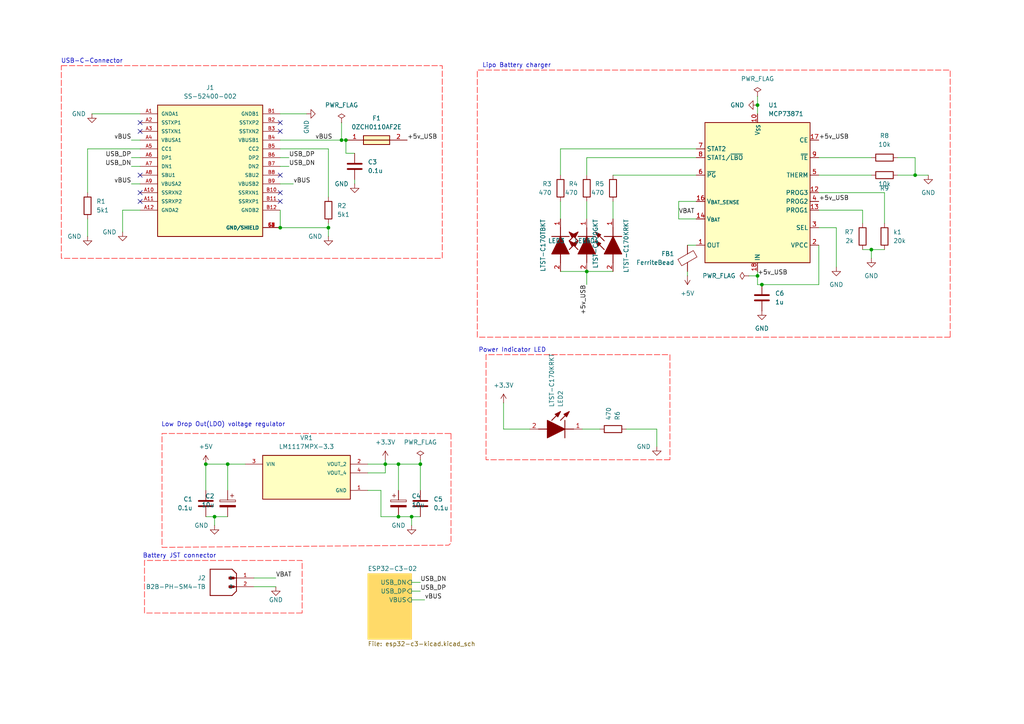
<source format=kicad_sch>
(kicad_sch (version 20250114) (generator "eeschema") (generator_version "9.0")
  (paper "A4")
  (title_block (title "ESP32 IOT Developement Board") (date "2025-08-30") (comment 3 "Author: Hardik Agrawal"))
  (lib_symbols
    (symbol "0ZCH0110AF2E:0ZCH0110AF2E" (pin_names (hide yes))
      (property "Reference" "F" (at 13.97 6.35 0))
      (property "Value" "0ZCH0110AF2E" (at 13.97 3.81 0))
      (symbol "0ZCH0110AF2E_1_1"
        (rectangle (start 5.08 1.27) (end 12.7 -1.27) (stroke (width 0.254)) (fill (type background)))
        (polyline (pts (xy 5.08 0) (xy 12.7 0)) (stroke (width 0.254)))
        (pin passive line (at 0 0 0) (length 5.08) (name "1") (number "1"))
        (pin passive line (at 17.78 0 180) (length 5.08) (name "2") (number "2"))
      )
    )
    (symbol "B2B-PH-SM4-TB:B2B-PH-SM4-TB" (pin_names (offset 1.016))
      (property "Reference" "J" (at 0 6.35 0))
      (property "Value" "B2B-PH-SM4-TB" (at 0 -5.08 0))
      (symbol "B2B-PH-SM4-TB_0_0"
        (polyline (pts (xy 0 3.81) (xy 0 2.54)) (stroke (width 0.254)))
        (polyline (pts (xy 0 3.81) (xy 1.27 5.08)) (stroke (width 0.254)))
        (polyline (pts (xy 0 2.54) (xy 0 -1.27)) (stroke (width 0.254)))
        (polyline (pts (xy 0 2.54) (xy 1.905 2.54)) (stroke (width 0.254)))
        (polyline (pts (xy 0 0) (xy 1.905 0)) (stroke (width 0.254)))
        (polyline (pts (xy 0 -1.27) (xy 1.27 -2.54)) (stroke (width 0.254)))
        (rectangle (start 0.635 2.2225) (end 2.2225 2.8575) (stroke (width 0.1)) (fill (type outline)))
        (rectangle (start 0.635 -0.3175) (end 2.2225 0.3175) (stroke (width 0.1)) (fill (type outline)))
        (polyline (pts (xy 1.27 -2.54) (xy 7.62 -2.54)) (stroke (width 0.254)))
        (polyline (pts (xy 7.62 5.08) (xy 1.27 5.08)) (stroke (width 0.254)))
        (polyline (pts (xy 7.62 -2.54) (xy 7.62 5.08)) (stroke (width 0.254)))
        (pin passive line (at -5.08 2.54 0) (length 5.08) (name "1") (number "1"))
        (pin passive line (at -5.08 0 0) (length 5.08) (name "2") (number "2"))
      )
    )
    (symbol "Battery_Management:MCP73871"
      (property "Reference" "U" (at -7.62 24.13 0))
      (property "Value" "MCP73871" (at -15.24 21.59 0))
      (symbol "MCP73871_0_1"
        (rectangle (start -15.24 20.32) (end 15.24 -20.32) (stroke (width 0.254)) (fill (type background)))
      )
      (symbol "MCP73871_1_1"
        (pin input line (at -17.78 15.24 0) (length 2.54) (name "VPCC") (number "2"))
        (pin input line (at -17.78 10.16 0) (length 2.54) (name "SEL") (number "3"))
        (pin bidirectional line (at -17.78 5.08 0) (length 2.54) (name "PROG1") (number "13"))
        (pin input line (at -17.78 2.54 0) (length 2.54) (name "PROG2") (number "4"))
        (pin bidirectional line (at -17.78 0 0) (length 2.54) (name "PROG3") (number "12"))
        (pin bidirectional line (at -17.78 -5.08 0) (length 2.54) (name "THERM") (number "5"))
        (pin input line (at -17.78 -10.16 0) (length 2.54) (name "~{TE}") (number "9"))
        (pin input line (at -17.78 -15.24 0) (length 2.54) (name "CE") (number "17"))
        (pin power_in line (at 0 22.86 270) (length 2.54) (name "IN") (number "18"))
        (pin passive line (at 0 22.86 270) (length 2.54) (hide yes) (name "IN") (number "19"))
        (pin power_in line (at 0 -22.86 90) (length 2.54) (name "V_{SS}") (number "10"))
        (pin passive line (at 0 -22.86 90) (length 2.54) (hide yes) (name "V_{SS}") (number "11"))
        (pin passive line (at 0 -22.86 90) (length 2.54) (hide yes) (name "V_{SS}") (number "21"))
        (pin power_out line (at 17.78 15.24 180) (length 2.54) (name "OUT") (number "1"))
        (pin passive line (at 17.78 15.24 180) (length 2.54) (hide yes) (name "OUT") (number "20"))
        (pin power_out line (at 17.78 7.62 180) (length 2.54) (name "V_{BAT}") (number "14"))
        (pin passive line (at 17.78 7.62 180) (length 2.54) (hide yes) (name "V_{BAT}") (number "15"))
        (pin input line (at 17.78 2.54 180) (length 2.54) (name "V_{BAT_SENSE}") (number "16"))
        (pin open_collector line (at 17.78 -5.08 180) (length 2.54) (name "~{PG}") (number "6"))
        (pin open_collector line (at 17.78 -10.16 180) (length 2.54) (name "STAT1/~{LBO}") (number "8"))
        (pin open_collector line (at 17.78 -12.7 180) (length 2.54) (name "STAT2") (number "7"))
      )
    )
    (symbol "Device:C" (pin_numbers (hide yes)) (pin_names (offset 0.254))
      (property "Reference" "C" (at 0.635 2.54 0))
      (property "Value" "C" (at 0.635 -2.54 0))
      (symbol "C_0_1"
        (polyline (pts (xy -2.032 0.762) (xy 2.032 0.762)) (stroke (width 0.508)))
        (polyline (pts (xy -2.032 -0.762) (xy 2.032 -0.762)) (stroke (width 0.508)))
      )
      (symbol "C_1_1"
        (pin passive line (at 0 3.81 270) (length 2.794) (name "~") (number "1"))
        (pin passive line (at 0 -3.81 90) (length 2.794) (name "~") (number "2"))
      )
    )
    (symbol "Device:C_Polarized" (pin_numbers (hide yes)) (pin_names (offset 0.254))
      (property "Reference" "C" (at 0.635 2.54 0))
      (property "Value" "C_Polarized" (at 0.635 -2.54 0))
      (symbol "C_Polarized_0_1"
        (rectangle (start -2.286 0.508) (end 2.286 1.016))
        (polyline (pts (xy -1.778 2.286) (xy -0.762 2.286)))
        (polyline (pts (xy -1.27 2.794) (xy -1.27 1.778)))
        (rectangle (start 2.286 -0.508) (end -2.286 -1.016) (fill (type outline)))
      )
      (symbol "C_Polarized_1_1"
        (pin passive line (at 0 3.81 270) (length 2.794) (name "~") (number "1"))
        (pin passive line (at 0 -3.81 90) (length 2.794) (name "~") (number "2"))
      )
    )
    (symbol "Device:FerriteBead" (pin_numbers (hide yes)) (pin_names (offset 0))
      (property "Reference" "FB" (at -3.81 0.635 90))
      (property "Value" "FerriteBead" (at 3.81 0 90))
      (symbol "FerriteBead_0_1"
        (polyline (pts (xy -2.7686 0.4064) (xy -1.7018 2.2606) (xy 2.7686 -0.3048) (xy 1.6764 -2.159) (xy -2.7686 0.4064)))
        (polyline (pts (xy 0 1.27) (xy 0 1.2954)))
        (polyline (pts (xy 0 -1.27) (xy 0 -1.2192)))
      )
      (symbol "FerriteBead_1_1"
        (pin passive line (at 0 3.81 270) (length 2.54) (name "~") (number "1"))
        (pin passive line (at 0 -3.81 90) (length 2.54) (name "~") (number "2"))
      )
    )
    (symbol "Device:R" (pin_numbers (hide yes)) (pin_names (offset 0))
      (property "Reference" "R" (at 2.032 0 90))
      (property "Value" "R" (at 0 0 90))
      (symbol "R_0_1"
        (rectangle (start -1.016 -2.54) (end 1.016 2.54) (stroke (width 0.254)))
      )
      (symbol "R_1_1"
        (pin passive line (at 0 3.81 270) (length 1.27) (name "~") (number "1"))
        (pin passive line (at 0 -3.81 90) (length 1.27) (name "~") (number "2"))
      )
    )
    (symbol "LM1117MPX-3.3:LM1117MPX-3.3" (pin_names (offset 1.016))
      (property "Reference" "VR" (at -12.7 6.08 0))
      (property "Value" "LM1117MPX-3.3" (at -12.7 -9.08 0))
      (symbol "LM1117MPX-3.3_0_0"
        (rectangle (start -12.7 -7.62) (end 12.7 5.08) (stroke (width 0.254)) (fill (type background)))
        (pin power_in line (at -17.78 2.54 0) (length 5.08) (name "VIN") (number "3"))
        (pin power_in line (at 17.78 2.54 180) (length 5.08) (name "VOUT_2") (number "2"))
        (pin power_in line (at 17.78 0 180) (length 5.08) (name "VOUT_4") (number "4"))
        (pin power_in line (at 17.78 -5.08 180) (length 5.08) (name "GND") (number "1"))
      )
    )
    (symbol "LTST-C170GKT:LTST-C170GKT" (pin_names (hide yes))
      (property "Reference" "LED" (at 12.7 8.89 0))
      (property "Value" "LTST-C170GKT" (at 12.7 6.35 0))
      (symbol "LTST-C170GKT_1_1"
        (polyline (pts (xy 2.54 0) (xy 5.08 0)) (stroke (width 0.254)))
        (polyline (pts (xy 5.08 2.54) (xy 5.08 -2.54)) (stroke (width 0.254)))
        (polyline (pts (xy 5.08 0) (xy 10.16 2.54) (xy 10.16 -2.54) (xy 5.08 0)) (stroke (width 0.254)) (fill (type outline)))
        (polyline (pts (xy 5.334 4.318) (xy 4.572 3.556) (xy 3.81 5.08) (xy 5.334 4.318)) (stroke (width 0.254)) (fill (type outline)))
        (polyline (pts (xy 6.35 2.54) (xy 3.81 5.08)) (stroke (width 0.254)))
        (polyline (pts (xy 7.874 4.318) (xy 7.112 3.556) (xy 6.35 5.08) (xy 7.874 4.318)) (stroke (width 0.254)) (fill (type outline)))
        (polyline (pts (xy 8.89 2.54) (xy 6.35 5.08)) (stroke (width 0.254)))
        (polyline (pts (xy 10.16 0) (xy 12.7 0)) (stroke (width 0.254)))
        (pin passive line (at 0 0 0) (length 2.54) (name "K") (number "1"))
        (pin passive line (at 15.24 0 180) (length 2.54) (name "A") (number "2"))
      )
    )
    (symbol "LTST-C170KRKT:LTST-C170KRKT" (pin_names (hide yes))
      (property "Reference" "LED" (at 12.7 8.89 0))
      (property "Value" "LTST-C170KRKT" (at 12.7 6.35 0))
      (symbol "LTST-C170KRKT_1_1"
        (polyline (pts (xy 2.54 0) (xy 5.08 0)) (stroke (width 0.254)))
        (polyline (pts (xy 5.08 2.54) (xy 5.08 -2.54)) (stroke (width 0.254)))
        (polyline (pts (xy 5.08 0) (xy 10.16 2.54) (xy 10.16 -2.54) (xy 5.08 0)) (stroke (width 0.254)) (fill (type outline)))
        (polyline (pts (xy 5.334 4.318) (xy 4.572 3.556) (xy 3.81 5.08) (xy 5.334 4.318)) (stroke (width 0.254)) (fill (type outline)))
        (polyline (pts (xy 6.35 2.54) (xy 3.81 5.08)) (stroke (width 0.254)))
        (polyline (pts (xy 7.874 4.318) (xy 7.112 3.556) (xy 6.35 5.08) (xy 7.874 4.318)) (stroke (width 0.254)) (fill (type outline)))
        (polyline (pts (xy 8.89 2.54) (xy 6.35 5.08)) (stroke (width 0.254)))
        (polyline (pts (xy 10.16 0) (xy 12.7 0)) (stroke (width 0.254)))
        (pin passive line (at 0 0 0) (length 2.54) (name "K") (number "1"))
        (pin passive line (at 15.24 0 180) (length 2.54) (name "A") (number "2"))
      )
    )
    (symbol "LTST-C170TBKT:LTST-C170TBKT" (pin_names (hide yes))
      (property "Reference" "LED" (at 12.7 8.89 0))
      (property "Value" "LTST-C170TBKT" (at 12.7 6.35 0))
      (symbol "LTST-C170TBKT_1_1"
        (polyline (pts (xy 2.54 0) (xy 5.08 0)) (stroke (width 0.254)))
        (polyline (pts (xy 5.08 2.54) (xy 5.08 -2.54)) (stroke (width 0.254)))
        (polyline (pts (xy 5.08 0) (xy 10.16 2.54) (xy 10.16 -2.54) (xy 5.08 0)) (stroke (width 0.254)) (fill (type outline)))
        (polyline (pts (xy 5.334 4.318) (xy 4.572 3.556) (xy 3.81 5.08) (xy 5.334 4.318)) (stroke (width 0.254)) (fill (type outline)))
        (polyline (pts (xy 6.35 2.54) (xy 3.81 5.08)) (stroke (width 0.254)))
        (polyline (pts (xy 7.874 4.318) (xy 7.112 3.556) (xy 6.35 5.08) (xy 7.874 4.318)) (stroke (width 0.254)) (fill (type outline)))
        (polyline (pts (xy 8.89 2.54) (xy 6.35 5.08)) (stroke (width 0.254)))
        (polyline (pts (xy 10.16 0) (xy 12.7 0)) (stroke (width 0.254)))
        (pin passive line (at 0 0 0) (length 2.54) (name "K") (number "1"))
        (pin passive line (at 15.24 0 180) (length 2.54) (name "A") (number "2"))
      )
    )
    (symbol "SS-52400-002:SS-52400-002" (pin_names (offset 1.016))
      (property "Reference" "J" (at -15.24 19.05 0))
      (property "Value" "SS-52400-002" (at -15.24 -22.86 0))
      (symbol "SS-52400-002_0_0"
        (rectangle (start -15.24 -20.32) (end 15.24 17.78) (stroke (width 0.254)) (fill (type background)))
        (pin power_in line (at -20.32 15.24 0) (length 5.08) (name "GNDA1") (number "A1"))
        (pin bidirectional line (at -20.32 12.7 0) (length 5.08) (name "SSTXP1") (number "A2"))
        (pin bidirectional line (at -20.32 10.16 0) (length 5.08) (name "SSTXN1") (number "A3"))
        (pin power_in line (at -20.32 7.62 0) (length 5.08) (name "VBUSA1") (number "A4"))
        (pin bidirectional line (at -20.32 5.08 0) (length 5.08) (name "CC1") (number "A5"))
        (pin bidirectional line (at -20.32 2.54 0) (length 5.08) (name "DP1") (number "A6"))
        (pin bidirectional line (at -20.32 0 0) (length 5.08) (name "DN1") (number "A7"))
        (pin bidirectional line (at -20.32 -2.54 0) (length 5.08) (name "SBU1") (number "A8"))
        (pin power_in line (at -20.32 -5.08 0) (length 5.08) (name "VBUSA2") (number "A9"))
        (pin bidirectional line (at -20.32 -7.62 0) (length 5.08) (name "SSRXN2") (number "A10"))
        (pin bidirectional line (at -20.32 -10.16 0) (length 5.08) (name "SSRXP2") (number "A11"))
        (pin power_in line (at -20.32 -12.7 0) (length 5.08) (name "GNDA2") (number "A12"))
        (pin power_in line (at 20.32 15.24 180) (length 5.08) (name "GNDB1") (number "B1"))
        (pin bidirectional line (at 20.32 12.7 180) (length 5.08) (name "SSTXP2") (number "B2"))
        (pin bidirectional line (at 20.32 10.16 180) (length 5.08) (name "SSTXN2") (number "B3"))
        (pin power_in line (at 20.32 7.62 180) (length 5.08) (name "VBUSB1") (number "B4"))
        (pin bidirectional line (at 20.32 5.08 180) (length 5.08) (name "CC2") (number "B5"))
        (pin bidirectional line (at 20.32 2.54 180) (length 5.08) (name "DP2") (number "B6"))
        (pin bidirectional line (at 20.32 0 180) (length 5.08) (name "DN2") (number "B7"))
        (pin bidirectional line (at 20.32 -2.54 180) (length 5.08) (name "SBU2") (number "B8"))
        (pin power_in line (at 20.32 -5.08 180) (length 5.08) (name "VBUSB2") (number "B9"))
        (pin bidirectional line (at 20.32 -7.62 180) (length 5.08) (name "SSRXN1") (number "B10"))
        (pin bidirectional line (at 20.32 -10.16 180) (length 5.08) (name "SSRXP1") (number "B11"))
        (pin power_in line (at 20.32 -12.7 180) (length 5.08) (name "GNDB2") (number "B12"))
        (pin power_in line (at 20.32 -17.78 180) (length 5.08) (name "GND/SHIELD") (number "G1"))
        (pin power_in line (at 20.32 -17.78 180) (length 5.08) (name "GND/SHIELD") (number "G2"))
        (pin power_in line (at 20.32 -17.78 180) (length 5.08) (name "GND/SHIELD") (number "G3"))
        (pin power_in line (at 20.32 -17.78 180) (length 5.08) (name "GND/SHIELD") (number "G4"))
        (pin power_in line (at 20.32 -17.78 180) (length 5.08) (name "GND/SHIELD") (number "S1"))
        (pin power_in line (at 20.32 -17.78 180) (length 5.08) (name "GND/SHIELD") (number "S2"))
        (pin power_in line (at 20.32 -17.78 180) (length 5.08) (name "GND/SHIELD") (number "S3"))
        (pin power_in line (at 20.32 -17.78 180) (length 5.08) (name "GND/SHIELD") (number "S4"))
      )
    )
    (symbol "power:+3.3V" (power) (pin_numbers (hide yes)) (pin_names (offset 0) (hide yes))
      (property "Value" "+3.3V" (at 0 3.556 0))
      (symbol "+3.3V_0_1"
        (polyline (pts (xy -0.762 1.27) (xy 0 2.54)))
        (polyline (pts (xy 0 2.54) (xy 0.762 1.27)))
        (polyline (pts (xy 0 0) (xy 0 2.54)))
      )
      (symbol "+3.3V_1_1"
        (pin power_in line (at 0 0 90) (length 0) (name "~") (number "1"))
      )
    )
    (symbol "power:+5V" (power) (pin_numbers (hide yes)) (pin_names (offset 0) (hide yes))
      (property "Value" "+5V" (at 0 3.556 0))
      (symbol "+5V_0_1"
        (polyline (pts (xy -0.762 1.27) (xy 0 2.54)))
        (polyline (pts (xy 0 2.54) (xy 0.762 1.27)))
        (polyline (pts (xy 0 0) (xy 0 2.54)))
      )
      (symbol "+5V_1_1"
        (pin power_in line (at 0 0 90) (length 0) (name "~") (number "1"))
      )
    )
    (symbol "power:GND" (power) (pin_numbers (hide yes)) (pin_names (offset 0) (hide yes))
      (property "Value" "GND" (at 0 -3.81 0))
      (symbol "GND_0_1"
        (polyline (pts (xy 0 0) (xy 0 -1.27) (xy 1.27 -1.27) (xy 0 -2.54) (xy -1.27 -1.27) (xy 0 -1.27)))
      )
      (symbol "GND_1_1"
        (pin power_in line (at 0 0 270) (length 0) (name "~") (number "1"))
      )
    )
    (symbol "power:PWR_FLAG" (power) (pin_numbers (hide yes)) (pin_names (offset 0) (hide yes))
      (property "Value" "PWR_FLAG" (at 0 3.81 0))
      (symbol "PWR_FLAG_0_0"
        (pin power_out line (at 0 0 90) (length 0) (name "~") (number "1"))
      )
      (symbol "PWR_FLAG_0_1"
        (polyline (pts (xy 0 0) (xy 0 1.27) (xy -1.016 1.905) (xy 0 2.54) (xy 1.016 1.905) (xy 0 1.27)))
      )
    )
  )
  (text "USB-C-Connector" (at 26.67 17.78 0) (effects (font (size 1.27 1.27))))
  (text "Lipo Battery charger" (at 149.86 19.05 0) (effects (font (size 1.27 1.27))))
  (text "Power Indicator LED\n" (at 148.59 101.6 0) (effects (font (size 1.27 1.27))))
  (text "Battery JST connector\n" (at 52.07 161.29 0) (effects (font (size 1.27 1.27))))
  (text "Low Drop Out(LDO) voltage regulator" (at 64.77 123.19 0) (effects (font (size 1.27 1.27))))
  (junction (at 62.23 149.86))
  (junction (at 121.92 134.62))
  (junction (at 99.06 40.64))
  (junction (at 59.69 134.62))
  (junction (at 81.28 66.04))
  (junction (at 115.57 134.62))
  (junction (at 170.18 78.74))
  (junction (at 100.33 40.64))
  (junction (at 220.98 82.55))
  (junction (at 111.76 134.62))
  (junction (at 219.71 80.01))
  (junction (at 95.25 66.04))
  (junction (at 115.57 149.86))
  (junction (at 252.73 72.39))
  (junction (at 119.38 149.86))
  (junction (at 66.04 134.62))
  (junction (at 219.71 30.48))
  (junction (at 265.43 50.8))
  (no_connect (at 40.64 50.8))
  (no_connect (at 40.64 55.88))
  (no_connect (at 81.28 38.1))
  (no_connect (at 81.28 55.88))
  (no_connect (at 40.64 35.56))
  (no_connect (at 81.28 35.56))
  (no_connect (at 40.64 38.1))
  (no_connect (at 81.28 50.8))
  (no_connect (at 40.64 58.42))
  (no_connect (at 81.28 58.42))
  (wire (pts (xy 110.49 149.86) (xy 115.57 149.86)))
  (wire (pts (xy 190.5 124.46) (xy 190.5 129.54)))
  (wire (pts (xy 35.56 60.96) (xy 35.56 67.31)))
  (wire (pts (xy 119.38 171.45) (xy 121.92 171.45)))
  (wire (pts (xy 81.28 60.96) (xy 81.28 66.04)))
  (wire (pts (xy 237.49 45.72) (xy 252.73 45.72)))
  (wire (pts (xy 177.8 58.42) (xy 177.8 63.5)))
  (wire (pts (xy 177.8 78.74) (xy 170.18 78.74)))
  (wire (pts (xy 162.56 78.74) (xy 170.18 78.74)))
  (wire (pts (xy 73.66 170.18) (xy 80.01 170.18)))
  (wire (pts (xy 168.91 124.46) (xy 173.99 124.46)))
  (wire (pts (xy 25.4 43.18) (xy 25.4 55.88)))
  (wire (pts (xy 162.56 43.18) (xy 201.93 43.18)))
  (wire (pts (xy 256.54 55.88) (xy 256.54 64.77)))
  (wire (pts (xy 237.49 66.04) (xy 242.57 66.04)))
  (wire (pts (xy 119.38 173.99) (xy 123.19 173.99)))
  (wire (pts (xy 219.71 82.55) (xy 220.98 82.55)))
  (wire (pts (xy 66.04 134.62) (xy 59.69 134.62)))
  (wire (pts (xy 62.23 149.86) (xy 62.23 152.4)))
  (wire (pts (xy 196.85 63.5) (xy 201.93 63.5)))
  (wire (pts (xy 170.18 82.55) (xy 170.18 78.74)))
  (wire (pts (xy 81.28 48.26) (xy 83.82 48.26)))
  (wire (pts (xy 95.25 64.77) (xy 95.25 66.04)))
  (wire (pts (xy 265.43 45.72) (xy 265.43 50.8)))
  (wire (pts (xy 121.92 133.35) (xy 121.92 134.62)))
  (wire (pts (xy 115.57 149.86) (xy 119.38 149.86)))
  (wire (pts (xy 111.76 134.62) (xy 106.68 134.62)))
  (wire (pts (xy 102.87 52.07) (xy 102.87 53.34)))
  (wire (pts (xy 102.87 44.45) (xy 100.33 44.45)))
  (wire (pts (xy 170.18 58.42) (xy 170.18 63.5)))
  (wire (pts (xy 260.35 45.72) (xy 265.43 45.72)))
  (wire (pts (xy 81.28 40.64) (xy 99.06 40.64)))
  (wire (pts (xy 38.1 53.34) (xy 40.64 53.34)))
  (wire (pts (xy 219.71 78.74) (xy 219.71 80.01)))
  (wire (pts (xy 121.92 134.62) (xy 115.57 134.62)))
  (wire (pts (xy 59.69 134.62) (xy 59.69 142.24)))
  (wire (pts (xy 217.17 80.01) (xy 219.71 80.01)))
  (wire (pts (xy 146.05 124.46) (xy 153.67 124.46)))
  (wire (pts (xy 115.57 142.24) (xy 115.57 134.62)))
  (wire (pts (xy 111.76 133.35) (xy 111.76 134.62)))
  (wire (pts (xy 170.18 50.8) (xy 170.18 45.72)))
  (wire (pts (xy 62.23 149.86) (xy 66.04 149.86)))
  (wire (pts (xy 100.33 44.45) (xy 100.33 40.64)))
  (wire (pts (xy 199.39 78.74) (xy 199.39 80.01)))
  (wire (pts (xy 177.8 50.8) (xy 201.93 50.8)))
  (wire (pts (xy 115.57 134.62) (xy 111.76 134.62)))
  (wire (pts (xy 219.71 80.01) (xy 219.71 82.55)))
  (wire (pts (xy 99.06 35.56) (xy 99.06 40.64)))
  (wire (pts (xy 38.1 45.72) (xy 40.64 45.72)))
  (wire (pts (xy 38.1 48.26) (xy 40.64 48.26)))
  (wire (pts (xy 237.49 82.55) (xy 237.49 71.12)))
  (wire (pts (xy 250.19 72.39) (xy 252.73 72.39)))
  (wire (pts (xy 111.76 137.16) (xy 111.76 134.62)))
  (wire (pts (xy 38.1 40.64) (xy 40.64 40.64)))
  (wire (pts (xy 106.68 142.24) (xy 110.49 142.24)))
  (wire (pts (xy 119.38 149.86) (xy 121.92 149.86)))
  (wire (pts (xy 73.66 167.64) (xy 80.01 167.64)))
  (wire (pts (xy 146.05 116.84) (xy 146.05 124.46)))
  (wire (pts (xy 59.69 149.86) (xy 62.23 149.86)))
  (wire (pts (xy 162.56 58.42) (xy 162.56 63.5)))
  (wire (pts (xy 81.28 66.04) (xy 95.25 66.04)))
  (wire (pts (xy 220.98 82.55) (xy 237.49 82.55)))
  (wire (pts (xy 250.19 60.96) (xy 237.49 60.96)))
  (wire (pts (xy 25.4 43.18) (xy 40.64 43.18)))
  (wire (pts (xy 66.04 134.62) (xy 66.04 142.24)))
  (wire (pts (xy 237.49 55.88) (xy 256.54 55.88)))
  (wire (pts (xy 181.61 124.46) (xy 190.5 124.46)))
  (wire (pts (xy 99.06 40.64) (xy 100.33 40.64)))
  (wire (pts (xy 106.68 137.16) (xy 111.76 137.16)))
  (wire (pts (xy 81.28 33.02) (xy 88.9 33.02)))
  (wire (pts (xy 25.4 63.5) (xy 25.4 68.58)))
  (wire (pts (xy 237.49 50.8) (xy 252.73 50.8)))
  (wire (pts (xy 252.73 72.39) (xy 252.73 74.93)))
  (wire (pts (xy 95.25 43.18) (xy 95.25 57.15)))
  (wire (pts (xy 201.93 71.12) (xy 199.39 71.12)))
  (wire (pts (xy 242.57 66.04) (xy 242.57 77.47)))
  (wire (pts (xy 71.12 134.62) (xy 66.04 134.62)))
  (wire (pts (xy 81.28 43.18) (xy 95.25 43.18)))
  (wire (pts (xy 170.18 45.72) (xy 201.93 45.72)))
  (wire (pts (xy 121.92 142.24) (xy 121.92 134.62)))
  (wire (pts (xy 219.71 30.48) (xy 219.71 33.02)))
  (wire (pts (xy 81.28 45.72) (xy 83.82 45.72)))
  (wire (pts (xy 260.35 50.8) (xy 265.43 50.8)))
  (wire (pts (xy 250.19 64.77) (xy 250.19 60.96)))
  (wire (pts (xy 265.43 50.8) (xy 269.24 50.8)))
  (wire (pts (xy 95.25 66.04) (xy 95.25 68.58)))
  (wire (pts (xy 40.64 60.96) (xy 35.56 60.96)))
  (wire (pts (xy 26.67 33.02) (xy 40.64 33.02)))
  (wire (pts (xy 219.71 27.94) (xy 219.71 30.48)))
  (wire (pts (xy 252.73 72.39) (xy 256.54 72.39)))
  (wire (pts (xy 119.38 149.86) (xy 119.38 152.4)))
  (wire (pts (xy 81.28 53.34) (xy 85.09 53.34)))
  (wire (pts (xy 201.93 58.42) (xy 196.85 58.42)))
  (wire (pts (xy 110.49 142.24) (xy 110.49 149.86)))
  (wire (pts (xy 162.56 50.8) (xy 162.56 43.18)))
  (wire (pts (xy 196.85 58.42) (xy 196.85 63.5)))
  (wire (pts (xy 119.38 168.91) (xy 121.92 168.91)))
  (label "vBUS" (at 123.19 173.99 0))
  (label "USB_DN" (at 83.82 48.26 0))
  (label "+5v_USB" (at 170.18 82.55 270))
  (label "USB_DP" (at 38.1 45.72 180))
  (label "+5v_USB" (at 219.71 80.01 0))
  (label "vBUS" (at 91.44 40.64 0))
  (label "USB_DP" (at 121.92 171.45 0))
  (label "USB_DP" (at 83.82 45.72 0))
  (label "+5v_USB" (at 237.49 58.42 0))
  (label "vBUS" (at 85.09 53.34 0))
  (label "+5v_USB" (at 118.11 40.64 0))
  (label "USB_DN" (at 121.92 168.91 0))
  (label "vBUS" (at 38.1 40.64 180))
  (label "+5v_USB" (at 237.49 40.64 0))
  (label "vBUS" (at 38.1 53.34 180))
  (label "USB_DN" (at 38.1 48.26 180))
  (label "VBAT" (at 196.85 62.23 0))
  (label "VBAT" (at 80.01 167.64 0))
  (rule_area (polyline (pts (xy 17.78 19.05) (xy 128.27 19.05) (xy 128.27 74.93) (xy 17.78 74.93) (xy 17.78 74.93)) (stroke (width 0) (type dash))))
  (rule_area (polyline (pts (xy 87.63 177.8) (xy 41.91 177.8) (xy 41.91 162.56) (xy 87.63 162.56)) (stroke (width 0) (type dash))))
  (rule_area (polyline (pts (xy 130.81 125.73) (xy 130.81 157.48) (xy 130.175 158.115) (xy 46.99 158.75) (xy 46.99 125.73)) (stroke (width 0) (type dash))))
  (rule_area (polyline (pts (xy 275.59 97.79) (xy 138.43 97.79) (xy 138.43 20.32) (xy 275.59 20.32)) (stroke (width 0) (type dash))))
  (rule_area (polyline (pts (xy 194.31 133.35) (xy 140.97 133.35) (xy 140.97 102.87) (xy 193.04 102.87) (xy 194.31 102.87)) (stroke (width 0) (type dash))))
  (symbol (lib_id "power:GND") (at 252.73 74.93 0) (unit 1)
    (property "Reference" "#PWR02" (effects (hide yes)))
    (property "Value" "GND" (at 252.73 80.01 0))
    (property "Description" "Power symbol creates a global label with name \"GND\" , ground" (effects (hide yes)))
  )
  (symbol (lib_id "LTST-C170TBKT:LTST-C170TBKT") (at 162.56 63.5 270) (unit 1)
    (property "Reference" "LED1" (at 168.91 69.8499 90) (effects (justify left)))
    (property "Value" "LTST-C170TBKT" (at 157.48 63.5 0) (effects (justify left)))
    (property "Footprint" "ESP32_Footprints:LEDC2012X120N" (effects (hide yes)))
    (property "Datasheet" "https://componentsearchengine.com/Datasheets/1/LTST-C170TBKT.pdf" (effects (hide yes)))
    (property "Description" "LED,SMD,0805,Blue,28mcd,130deg" (effects (hide yes)))
    (property "Height" "1.2" (effects (hide yes)))
    (property "Manufacturer_Name" "Lite-On" (effects (hide yes)))
    (property "Manufacturer_Part_Number" "LTST-C170TBKT" (effects (hide yes)))
    (property "Mouser Part Number" "859-LTST-C170TBKT" (effects (hide yes)))
    (property "Mouser Price/Stock" "https://www.mouser.co.uk/ProductDetail/Lite-On/LTST-C170TBKT?qs=0uL0gcxEMop2ooGmIUzw3A%3D%3D" (effects (hide yes)))
    (property "Arrow Part Number" "LTST-C170TBKT" (effects (hide yes)))
    (property "Arrow Price/Stock" "https://www.arrow.com/en/products/ltst-c170tbkt/lite-on-technology?utm_currency=USD&region=nac" (effects (hide yes)))
  )
  (symbol (lib_id "Device:R") (at 162.56 54.61 0) (mirror x) (unit 1)
    (property "Reference" "R3" (at 160.02 53.3399 0) (effects (justify right)))
    (property "Value" "470" (at 160.02 55.8799 0) (effects (justify right)))
    (property "Footprint" "Resistor_SMD:R_0805_2012Metric" (effects (hide yes)))
    (property "Description" "Resistor" (effects (hide yes)))
  )
  (symbol (lib_id "power:GND") (at 242.57 77.47 0) (unit 1)
    (property "Reference" "#PWR044" (effects (hide yes)))
    (property "Value" "GND" (at 242.57 82.55 0))
    (property "Description" "Power symbol creates a global label with name \"GND\" , ground" (effects (hide yes)))
  )
  (symbol (lib_id "power:GND") (at 25.4 68.58 0) (unit 1)
    (property "Reference" "#PWR05" (effects (hide yes)))
    (property "Value" "GND" (at 21.59 68.58 0))
    (property "Description" "Power symbol creates a global label with name \"GND\" , ground" (effects (hide yes)))
  )
  (symbol (lib_id "power:PWR_FLAG") (at 121.92 133.35 0) (unit 1)
    (property "Reference" "#FLG02" (effects (hide yes)))
    (property "Value" "PWR_FLAG" (at 121.92 128.27 0))
    (property "Description" "Special symbol for telling ERC where power comes from" (effects (hide yes)))
  )
  (symbol (lib_id "B2B-PH-SM4-TB:B2B-PH-SM4-TB") (at 68.58 170.18 0) (mirror y) (unit 1)
    (property "Reference" "J2" (at 59.69 167.6399 0) (effects (justify left)))
    (property "Value" "B2B-PH-SM4-TB" (at 59.69 170.1799 0) (effects (justify left)))
    (property "Footprint" "ESP32_Footprints:JST_B2B-PH-SM4-TB" (effects (hide yes)))
    (property "MF" "JST" (effects (hide yes)))
    (property "MAXIMUM_PACKAGE_HEIGHT" "6.6 mm" (effects (hide yes)))
    (property "Package" "NON STANDARD-2 JST" (effects (hide yes)))
    (property "Price" "None" (effects (hide yes)))
    (property "Check_prices" "https://www.snapeda.com/parts/B2B-PH-SM4-TB/JST/view-part/?ref=eda" (effects (hide yes)))
    (property "STANDARD" "Manufacturer Recommendations" (effects (hide yes)))
    (property "PARTREV" "N/A" (effects (hide yes)))
    (property "SnapEDA_Link" "https://www.snapeda.com/parts/B2B-PH-SM4-TB/JST/view-part/?ref=snap" (effects (hide yes)))
    (property "MP" "B2B-PH-SM4-TB" (effects (hide yes)))
    (property "Description_1" "Connector Header Surface Mount 2 position 0.079 (2.00mm)" (effects (hide yes)))
    (property "Availability" "In Stock" (effects (hide yes)))
    (property "MANUFACTURER" "JST" (effects (hide yes)))
  )
  (symbol (lib_id "power:GND") (at 220.98 90.17 0) (unit 1)
    (property "Reference" "#PWR010" (effects (hide yes)))
    (property "Value" "GND" (at 220.98 95.25 0))
    (property "Description" "Power symbol creates a global label with name \"GND\" , ground" (effects (hide yes)))
  )
  (symbol (lib_id "LTST-C170KRKT:LTST-C170KRKT") (at 177.8 63.5 90) (mirror x) (unit 1)
    (property "Reference" "LED4" (at 171.45 69.8499 90) (effects (justify left)))
    (property "Value" "LTST-C170KRKT" (at 181.61 63.5 0) (effects (justify left)))
    (property "Footprint" "ESP32_Footprints:LEDC2012X120N" (effects (hide yes)))
    (property "Datasheet" "https://componentsearchengine.com/Datasheets/1/LTST-C170KRKT.pdf" (effects (hide yes)))
    (property "Description" "Standard LEDs - SMD Red Clear 631nm" (effects (hide yes)))
    (property "Height" "1.2" (effects (hide yes)))
    (property "Manufacturer_Name" "Lite-On" (effects (hide yes)))
    (property "Manufacturer_Part_Number" "LTST-C170KRKT" (effects (hide yes)))
    (property "Mouser Part Number" "859-LTST-C170KRKT" (effects (hide yes)))
    (property "Mouser Price/Stock" "https://www.mouser.co.uk/ProductDetail/Lite-On/LTST-C170KRKT?qs=NUb82WqeCyrVOID%2Fxt4rgA%3D%3D" (effects (hide yes)))
    (property "Arrow Part Number" "LTST-C170KRKT" (effects (hide yes)))
    (property "Arrow Price/Stock" "https://www.arrow.com/en/products/ltst-c170krkt/lite-on-technology?utm_currency=USD&region=nac" (effects (hide yes)))
  )
  (symbol (lib_id "power:GND") (at 190.5 129.54 0) (unit 1)
    (property "Reference" "#PWR017" (effects (hide yes)))
    (property "Value" "GND" (at 186.69 129.54 0))
    (property "Description" "Power symbol creates a global label with name \"GND\" , ground" (effects (hide yes)))
  )
  (symbol (lib_id "power:PWR_FLAG") (at 217.17 80.01 90) (unit 1)
    (property "Reference" "#FLG04" (effects (hide yes)))
    (property "Value" "PWR_FLAG" (at 213.36 80.0099 90) (effects (justify left)))
    (property "Description" "Special symbol for telling ERC where power comes from" (effects (hide yes)))
  )
  (symbol (lib_id "Device:R") (at 170.18 54.61 0) (mirror x) (unit 1)
    (property "Reference" "R4" (at 167.64 53.3399 0) (effects (justify right)))
    (property "Value" "470" (at 167.64 55.8799 0) (effects (justify right)))
    (property "Footprint" "Resistor_SMD:R_0805_2012Metric" (effects (hide yes)))
    (property "Description" "Resistor" (effects (hide yes)))
  )
  (symbol (lib_id "Device:C") (at 102.87 48.26 0) (unit 1)
    (property "Reference" "C3" (at 106.68 46.9899 0) (effects (justify left)))
    (property "Value" "0.1u" (at 106.68 49.5299 0) (effects (justify left)))
    (property "Footprint" "Capacitor_SMD:C_0805_2012Metric" (effects (hide yes)))
    (property "Description" "Unpolarized capacitor" (effects (hide yes)))
  )
  (symbol (lib_id "power:PWR_FLAG") (at 99.06 35.56 0) (unit 1)
    (property "Reference" "#FLG03" (effects (hide yes)))
    (property "Value" "PWR_FLAG" (at 99.06 30.48 0))
    (property "Description" "Special symbol for telling ERC where power comes from" (effects (hide yes)))
  )
  (symbol (lib_id "power:+3.3V") (at 146.05 116.84 0) (unit 1)
    (property "Reference" "#PWR016" (effects (hide yes)))
    (property "Value" "+3.3V" (at 146.05 111.76 0))
    (property "Description" "Power symbol creates a global label with name \"+3.3V\"" (effects (hide yes)))
  )
  (symbol (lib_id "Device:C") (at 220.98 86.36 0) (unit 1)
    (property "Reference" "C6" (at 224.79 85.0899 0) (effects (justify left)))
    (property "Value" "1u" (at 224.79 87.6299 0) (effects (justify left)))
    (property "Footprint" "Capacitor_SMD:C_0805_2012Metric" (effects (hide yes)))
    (property "Description" "Unpolarized capacitor" (effects (hide yes)))
  )
  (symbol (lib_id "Device:R") (at 250.19 68.58 0) (mirror x) (unit 1)
    (property "Reference" "R7" (at 247.65 67.3099 0) (effects (justify right)))
    (property "Value" "2k" (at 247.65 69.8499 0) (effects (justify right)))
    (property "Footprint" "Resistor_SMD:R_0805_2012Metric" (effects (hide yes)))
    (property "Description" "Resistor" (effects (hide yes)))
  )
  (symbol (lib_id "Device:R") (at 256.54 45.72 90) (unit 1)
    (property "Reference" "R8" (at 256.54 39.37 90))
    (property "Value" "10k" (at 256.54 41.91 90))
    (property "Footprint" "Resistor_SMD:R_0805_2012Metric" (effects (hide yes)))
    (property "Description" "Resistor" (effects (hide yes)))
  )
  (symbol (lib_id "SS-52400-002:SS-52400-002") (at 60.96 48.26 0) (unit 1)
    (property "Reference" "J1" (at 60.96 25.4 0))
    (property "Value" "SS-52400-002" (at 60.96 27.94 0))
    (property "Footprint" "ESP32_Footprints:BELFUSE_SS-52400-002" (effects (hide yes)))
    (property "MF" "Bel Fuse" (effects (hide yes)))
    (property "MAXIMUM_PACKAGE_HEIGHT" "2.96 mm" (effects (hide yes)))
    (property "Package" "None" (effects (hide yes)))
    (property "Price" "None" (effects (hide yes)))
    (property "Check_prices" "https://www.snapeda.com/parts/SS-52400-002/Bel+Circuit+Protection/view-part/?ref=eda" (effects (hide yes)))
    (property "STANDARD" "Manufacturer Recommendations" (effects (hide yes)))
    (property "PARTREV" "A0" (effects (hide yes)))
    (property "SnapEDA_Link" "https://www.snapeda.com/parts/SS-52400-002/Bel+Circuit+Protection/view-part/?ref=snap" (effects (hide yes)))
    (property "MP" "SS-52400-002" (effects (hide yes)))
    (property "Description_1" "USB Type-C Connector | USB 3.1 | 1 Port | Right Angle Receptacle | Shielded | 0.039 in (1.00mm) PCB Thickness" (effects (hide yes)))
    (property "Availability" "In Stock" (effects (hide yes)))
    (property "MANUFACTURER" "BelFuse" (effects (hide yes)))
  )
  (symbol (lib_id "LTST-C170KRKT:LTST-C170KRKT") (at 168.91 124.46 0) (mirror y) (unit 1)
    (property "Reference" "LED2" (at 162.5601 118.11 90) (effects (justify left)))
    (property "Value" "LTST-C170KRKT" (at 160.0201 118.11 90) (effects (justify left)))
    (property "Footprint" "ESP32_Footprints:LEDC2012X120N" (effects (hide yes)))
    (property "Datasheet" "https://componentsearchengine.com/Datasheets/1/LTST-C170KRKT.pdf" (effects (hide yes)))
    (property "Description" "Standard LEDs - SMD Red Clear 631nm" (effects (hide yes)))
    (property "Height" "1.2" (effects (hide yes)))
    (property "Manufacturer_Name" "Lite-On" (effects (hide yes)))
    (property "Manufacturer_Part_Number" "LTST-C170KRKT" (effects (hide yes)))
    (property "Mouser Part Number" "859-LTST-C170KRKT" (effects (hide yes)))
    (property "Mouser Price/Stock" "https://www.mouser.co.uk/ProductDetail/Lite-On/LTST-C170KRKT?qs=NUb82WqeCyrVOID%2Fxt4rgA%3D%3D" (effects (hide yes)))
    (property "Arrow Part Number" "LTST-C170KRKT" (effects (hide yes)))
    (property "Arrow Price/Stock" "https://www.arrow.com/en/products/ltst-c170krkt/lite-on-technology?utm_currency=USD&region=nac" (effects (hide yes)))
  )
  (symbol (lib_id "power:GND") (at 102.87 53.34 0) (unit 1)
    (property "Reference" "#PWR09" (effects (hide yes)))
    (property "Value" "GND" (at 99.06 53.34 0))
    (property "Description" "Power symbol creates a global label with name \"GND\" , ground" (effects (hide yes)))
  )
  (symbol (lib_id "Device:C") (at 121.92 146.05 0) (unit 1)
    (property "Reference" "C5" (at 125.73 144.7799 0) (effects (justify left)))
    (property "Value" "0.1u" (at 125.73 147.3199 0) (effects (justify left)))
    (property "Footprint" "Capacitor_SMD:C_0805_2012Metric" (effects (hide yes)))
    (property "Description" "Unpolarized capacitor" (effects (hide yes)))
  )
  (symbol (lib_id "power:GND") (at 80.01 170.18 0) (unit 1)
    (property "Reference" "#PWR015" (effects (hide yes)))
    (property "Value" "GND" (at 80.01 173.99 0))
    (property "Description" "Power symbol creates a global label with name \"GND\" , ground" (effects (hide yes)))
  )
  (symbol (lib_id "power:+3.3V") (at 111.76 133.35 0) (unit 1)
    (property "Reference" "#PWR011" (effects (hide yes)))
    (property "Value" "+3.3V" (at 111.76 128.27 0))
    (property "Description" "Power symbol creates a global label with name \"+3.3V\"" (effects (hide yes)))
  )
  (symbol (lib_id "power:GND") (at 88.9 33.02 90) (unit 1)
    (property "Reference" "#PWR07" (effects (hide yes)))
    (property "Value" "GND" (at 88.9 36.83 0))
    (property "Description" "Power symbol creates a global label with name \"GND\" , ground" (effects (hide yes)))
  )
  (symbol (lib_id "power:+5V") (at 59.69 134.62 0) (unit 1)
    (property "Reference" "#PWR014" (effects (hide yes)))
    (property "Value" "+5V" (at 59.69 129.54 0))
    (property "Description" "Power symbol creates a global label with name \"+5V\"" (effects (hide yes)))
  )
  (symbol (lib_id "Device:R") (at 256.54 68.58 180) (unit 1)
    (property "Reference" "k1" (at 259.08 67.3099 0) (effects (justify right)))
    (property "Value" "20k" (at 259.08 69.8499 0) (effects (justify right)))
    (property "Footprint" "Resistor_SMD:R_0805_2012Metric" (effects (hide yes)))
    (property "Description" "Resistor" (effects (hide yes)))
  )
  (symbol (lib_id "power:+5V") (at 199.39 80.01 180) (unit 1)
    (property "Reference" "#PWR018" (effects (hide yes)))
    (property "Value" "+5V" (at 199.39 85.09 0))
    (property "Description" "Power symbol creates a global label with name \"+5V\"" (effects (hide yes)))
  )
  (symbol (lib_id "Device:FerriteBead") (at 199.39 74.93 0) (mirror y) (unit 1)
    (property "Reference" "FB1" (at 195.58 73.6091 0) (effects (justify left)))
    (property "Value" "FerriteBead" (at 195.58 76.1491 0) (effects (justify left)))
    (property "Footprint" "Inductor_SMD:L_0805_2012Metric" (effects (hide yes)))
    (property "Description" "Ferrite bead" (effects (hide yes)))
  )
  (symbol (lib_id "power:GND") (at 119.38 152.4 0) (unit 1)
    (property "Reference" "#PWR013" (effects (hide yes)))
    (property "Value" "GND" (at 115.57 152.4 0))
    (property "Description" "Power symbol creates a global label with name \"GND\" , ground" (effects (hide yes)))
  )
  (symbol (lib_id "Device:C") (at 59.69 146.05 0) (mirror y) (unit 1)
    (property "Reference" "C1" (at 55.88 144.7799 0) (effects (justify left)))
    (property "Value" "0.1u" (at 55.88 147.3199 0) (effects (justify left)))
    (property "Footprint" "Capacitor_SMD:C_0805_2012Metric" (effects (hide yes)))
    (property "Description" "Unpolarized capacitor" (effects (hide yes)))
  )
  (symbol (lib_id "Device:R") (at 177.8 54.61 0) (mirror x) (unit 1)
    (property "Reference" "R5" (at 175.26 53.3399 0) (effects (justify right)))
    (property "Value" "470" (at 175.26 55.8799 0) (effects (justify right)))
    (property "Footprint" "Resistor_SMD:R_0805_2012Metric" (effects (hide yes)))
    (property "Description" "Resistor" (effects (hide yes)))
  )
  (symbol (lib_id "Device:R") (at 177.8 124.46 90) (mirror x) (unit 1)
    (property "Reference" "R6" (at 179.0701 121.92 0) (effects (justify right)))
    (property "Value" "470" (at 176.5301 121.92 0) (effects (justify right)))
    (property "Footprint" "Resistor_SMD:R_0805_2012Metric" (effects (hide yes)))
    (property "Description" "Resistor" (effects (hide yes)))
  )
  (symbol (lib_id "power:PWR_FLAG") (at 219.71 27.94 0) (unit 1)
    (property "Reference" "#FLG01" (effects (hide yes)))
    (property "Value" "PWR_FLAG" (at 219.71 22.86 0))
    (property "Description" "Special symbol for telling ERC where power comes from" (effects (hide yes)))
  )
  (symbol (lib_id "0ZCH0110AF2E:0ZCH0110AF2E") (at 100.33 40.64 0) (unit 1)
    (property "Reference" "F1" (at 109.22 34.29 0))
    (property "Value" "0ZCH0110AF2E" (at 109.22 36.83 0))
    (property "Footprint" "ESP32_Footprints:FUSC3226X100N" (effects (hide yes)))
    (property "Datasheet" "https://www.belfuse.com/resources/datasheets/circuitprotection/ds-cp-0zch-series.pdf" (effects (hide yes)))
    (property "Description" "1210 SMT PPTC | 1.10 Ih | 16V" (effects (hide yes)))
    (property "Height" "1" (effects (hide yes)))
    (property "Manufacturer_Name" "Bel Circuit Protection" (effects (hide yes)))
    (property "Manufacturer_Part_Number" "0ZCH0110AF2E" (effects (hide yes)))
  )
  (symbol (lib_id "power:GND") (at 62.23 152.4 0) (unit 1)
    (property "Reference" "#PWR012" (effects (hide yes)))
    (property "Value" "GND" (at 58.42 152.4 0))
    (property "Description" "Power symbol creates a global label with name \"GND\" , ground" (effects (hide yes)))
  )
  (symbol (lib_id "Battery_Management:MCP73871") (at 219.71 55.88 180) (unit 1)
    (property "Reference" "U1" (at 222.8281 30.48 0) (effects (justify right)))
    (property "Value" "MCP73871" (at 222.8281 33.02 0) (effects (justify right)))
    (property "Footprint" "Package_DFN_QFN:QFN-20-1EP_4x4mm_P0.5mm_EP2.5x2.5mm" (effects (hide yes)))
    (property "Datasheet" "http://www.mouser.com/ds/2/268/22090a-52174.pdf" (effects (hide yes)))
    (property "Description" "Single cell, Li-Ion/Li-Po charge management controller" (effects (hide yes)))
  )
  (symbol (lib_id "Device:R") (at 95.25 60.96 0) (unit 1)
    (property "Reference" "R2" (at 97.79 59.6899 0) (effects (justify left)))
    (property "Value" "5k1" (at 97.79 62.2299 0) (effects (justify left)))
    (property "Footprint" "Resistor_SMD:R_0805_2012Metric" (effects (hide yes)))
    (property "Description" "Resistor" (effects (hide yes)))
  )
  (symbol (lib_id "power:GND") (at 95.25 68.58 0) (unit 1)
    (property "Reference" "#PWR04" (effects (hide yes)))
    (property "Value" "GND" (at 91.44 68.58 0))
    (property "Description" "Power symbol creates a global label with name \"GND\" , ground" (effects (hide yes)))
  )
  (symbol (lib_id "LM1117MPX-3.3:LM1117MPX-3.3") (at 88.9 137.16 0) (unit 1)
    (property "Reference" "VR1" (at 88.9 127 0))
    (property "Value" "LM1117MPX-3.3" (at 88.9 129.54 0))
    (property "Footprint" "ESP32_Footprints:VREG_LM1117MPX-3.3" (effects (hide yes)))
    (property "MF" "onsemi" (effects (hide yes)))
    (property "DESCRIPTION" "800-mA 15-V linear voltage regulator 4-SOT-223" (effects (hide yes)))
    (property "PACKAGE" "SOT-223-4 Texas Instruments" (effects (hide yes)))
    (property "PRICE" "None" (effects (hide yes)))
    (property "Package" "SOT-223-4 ON Semiconductor" (effects (hide yes)))
    (property "Check_prices" "https://www.snapeda.com/parts/LM1117MPX-33NOPB/Onsemi/view-part/?ref=eda" (effects (hide yes)))
    (property "Price" "None" (effects (hide yes)))
    (property "SnapEDA_Link" "https://www.snapeda.com/parts/LM1117MPX-33NOPB/Onsemi/view-part/?ref=snap" (effects (hide yes)))
    (property "MP" "LM1117MPX-33NOPB" (effects (hide yes)))
    (property "Description_1" "Linear Voltage Regulator IC Positive Fixed 1 Output 800mA SOT-223" (effects (hide yes)))
    (property "Availability" "In Stock" (effects (hide yes)))
    (property "AVAILABILITY" "Warning" (effects (hide yes)))
    (property "PURCHASE-URL" "https://pricing.snapeda.com/search/part/LM1117MPX-3.3/?ref=eda" (effects (hide yes)))
  )
  (symbol (lib_id "power:GND") (at 26.67 33.02 0) (unit 1)
    (property "Reference" "#PWR06" (effects (hide yes)))
    (property "Value" "GND" (at 22.86 33.02 0))
    (property "Description" "Power symbol creates a global label with name \"GND\" , ground" (effects (hide yes)))
  )
  (symbol (lib_id "Device:R") (at 256.54 50.8 270) (unit 1)
    (property "Reference" "R9" (at 256.54 54.61 90))
    (property "Value" "10k" (at 256.54 53.34 90))
    (property "Footprint" "Resistor_SMD:R_0805_2012Metric" (effects (hide yes)))
    (property "Description" "Resistor" (effects (hide yes)))
  )
  (symbol (lib_id "power:GND") (at 269.24 50.8 0) (unit 1)
    (property "Reference" "#PWR01" (effects (hide yes)))
    (property "Value" "GND" (at 269.24 55.88 0))
    (property "Description" "Power symbol creates a global label with name \"GND\" , ground" (effects (hide yes)))
  )
  (symbol (lib_id "Device:R") (at 25.4 59.69 0) (unit 1)
    (property "Reference" "R1" (at 27.94 58.4199 0) (effects (justify left)))
    (property "Value" "5k1" (at 27.94 60.9599 0) (effects (justify left)))
    (property "Footprint" "Resistor_SMD:R_0805_2012Metric" (effects (hide yes)))
    (property "Description" "Resistor" (effects (hide yes)))
  )
  (symbol (lib_id "Device:C_Polarized") (at 115.57 146.05 0) (unit 1)
    (property "Reference" "C4" (at 119.38 143.8909 0) (effects (justify left)))
    (property "Value" "10u" (at 119.38 146.4309 0) (effects (justify left)))
    (property "Footprint" "ESP32_Footprints:T491A" (effects (hide yes)))
    (property "Description" "Polarized capacitor" (effects (hide yes)))
  )
  (symbol (lib_id "Device:C_Polarized") (at 66.04 146.05 0) (mirror y) (unit 1)
    (property "Reference" "C2" (at 62.23 143.8909 0) (effects (justify left)))
    (property "Value" "10u" (at 62.23 146.4309 0) (effects (justify left)))
    (property "Footprint" "ESP32_Footprints:T491A" (effects (hide yes)))
    (property "Description" "Polarized capacitor" (effects (hide yes)))
  )
  (symbol (lib_id "power:GND") (at 35.56 67.31 0) (unit 1)
    (property "Reference" "#PWR08" (effects (hide yes)))
    (property "Value" "GND" (at 31.75 67.31 0))
    (property "Description" "Power symbol creates a global label with name \"GND\" , ground" (effects (hide yes)))
  )
  (symbol (lib_id "power:GND") (at 219.71 30.48 270) (unit 1)
    (property "Reference" "#PWR03" (effects (hide yes)))
    (property "Value" "GND" (at 215.9 30.4799 90) (effects (justify right)))
    (property "Description" "Power symbol creates a global label with name \"GND\" , ground" (effects (hide yes)))
  )
  (symbol (lib_id "LTST-C170GKT:LTST-C170GKT") (at 170.18 63.5 90) (mirror x) (unit 1)
    (property "Reference" "LED3" (at 163.83 69.8499 90) (effects (justify left)))
    (property "Value" "LTST-C170GKT" (at 172.72 63.5 0) (effects (justify left)))
    (property "Footprint" "ESP32_Footprints:LEDC2012X120N" (effects (hide yes)))
    (property "Datasheet" "https://mm.digikey.com/Volume0/opasdata/d220001/medias/docus/895/LTST-C170GKT.pdf" (effects (hide yes)))
    (property "Description" "LED,SMD,0805,Green,6mcd,130deg Lite-On LTST-C170GKT, CHIPLED 0805 Series Green LED, 569 nm 2012 (0805), Rectangle Lens SMD package" (effects (hide yes)))
    (property "Height" "1.2" (effects (hide yes)))
    (property "Manufacturer_Name" "Lite-On" (effects (hide yes)))
    (property "Manufacturer_Part_Number" "LTST-C170GKT" (effects (hide yes)))
    (property "Mouser Part Number" "859-LTST-C170GKT" (effects (hide yes)))
    (property "Mouser Price/Stock" "https://www.mouser.co.uk/ProductDetail/Lite-On/LTST-C170GKT?qs=%2FSqKn2EfXQSV5aRij3YIfQ%3D%3D" (effects (hide yes)))
    (property "Arrow Part Number" "LTST-C170GKT" (effects (hide yes)))
    (property "Arrow Price/Stock" "https://www.arrow.com/en/products/ltst-c170gkt/lite-on-technology?utm_currency=USD&region=nac" (effects (hide yes)))
  )
  (sheet (at 106.68 166.37) (size 12.7 19.05) (stroke (width 0.1524) (color 255 206 83 1)) (fill (color 255 218 105 1.0000))
    (property "Sheetname" "ESP32-C3-02" (at 106.68 165.6584 0) (effects (justify left bottom)))
    (property "Sheetfile" "esp32-c3-kicad.kicad_sch" (at 106.68 186.0046 0) (effects (justify left top)))
    (pin "USB_DN" input (at 119.38 168.91 0))
    (pin "USB_DP" input (at 119.38 171.45 0))
    (pin "VBUS" input (at 119.38 173.99 0))
  )
)
</source>
